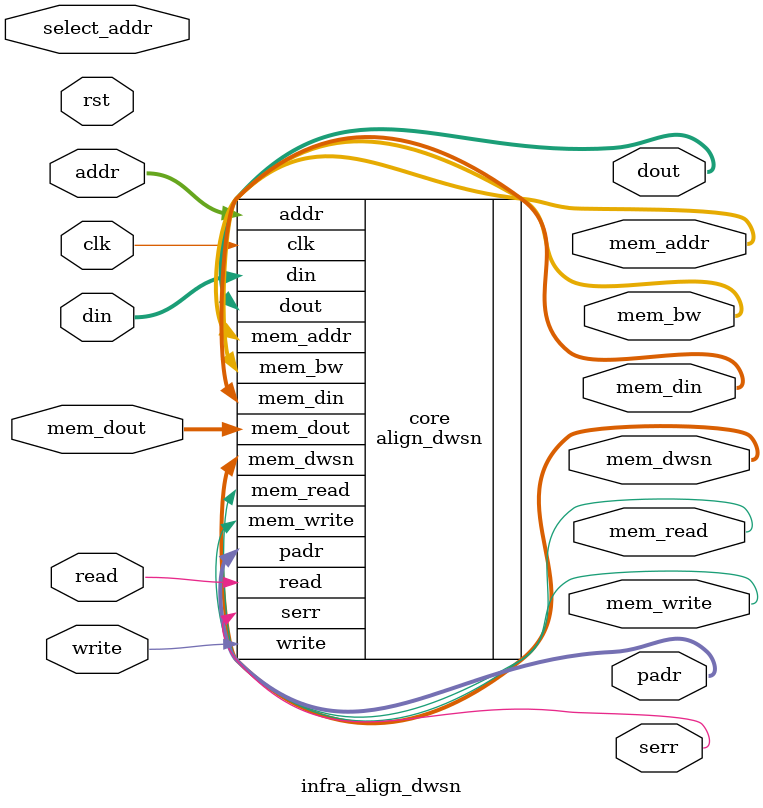
<source format=v>
module infra_align_dwsn (read, write, addr, din, dout, serr, padr,
	                 mem_read, mem_write, mem_addr, mem_bw, mem_dwsn, mem_din, mem_dout,
		         clk, rst,
		         select_addr);

  parameter WIDTH = 32;
  parameter PARITY = 1;
  parameter NUMADDR = 1024;
  parameter BITADDR = 10;
  parameter NUMWRDS = 4;
  parameter BITWRDS = 2;
  parameter NUMSROW = 256;
  parameter BITSROW = 8;
  parameter BITPADR = 10;
  parameter NUMDWS0 = 72;
  parameter NUMDWS1 = 72;
  parameter NUMDWS2 = 72;
  parameter NUMDWS3 = 72;
  parameter NUMDWS4 = 72;
  parameter NUMDWS5 = 72;
  parameter NUMDWS6 = 72;
  parameter NUMDWS7 = 72;
  parameter NUMDWS8 = 72;
  parameter NUMDWS9 = 72;
  parameter NUMDWS10 = 72;
  parameter NUMDWS11 = 72;
  parameter NUMDWS12 = 72;
  parameter NUMDWS13 = 72;
  parameter NUMDWS14 = 72;
  parameter NUMDWS15 = 72;
  parameter BITDWSN = 8;
  parameter SRAM_DELAY = 2;
  parameter FLOPMEM = 0;
  parameter RSTZERO = 0;

  parameter MEMWDTH = WIDTH+PARITY;

  input read;
  input write;
  input [BITADDR-1:0] addr;
  input [WIDTH-1:0] din;
  output [WIDTH-1:0] dout;
  output             serr;
  output [BITPADR-1:0] padr;

  output mem_read;
  output mem_write;
  output [BITSROW-1:0] mem_addr;
  output [NUMWRDS*MEMWDTH-1:0] mem_bw;
  output [BITDWSN-1:0] mem_dwsn;
  output [NUMWRDS*MEMWDTH-1:0] mem_din;
  input [NUMWRDS*MEMWDTH-1:0] mem_dout;

  input clk;
  input rst;

  input [BITADDR-1:0] select_addr;

  align_dwsn #(.WIDTH (WIDTH), .PARITY (PARITY), .NUMADDR (NUMADDR), .BITADDR (BITADDR),
               .NUMWRDS (NUMWRDS), .BITWRDS (BITWRDS), .NUMSROW (NUMSROW), .BITSROW (BITSROW), .BITPADR (BITPADR),
               .NUMDWS0 (NUMDWS0), .NUMDWS1 (NUMDWS1), .NUMDWS2 (NUMDWS2), .NUMDWS3 (NUMDWS3),
               .NUMDWS4 (NUMDWS4), .NUMDWS5 (NUMDWS5), .NUMDWS6 (NUMDWS6), .NUMDWS7 (NUMDWS7), 
 	       .NUMDWS8 (NUMDWS8), .NUMDWS9 (NUMDWS9), .NUMDWS10 (NUMDWS10), .NUMDWS11 (NUMDWS11),
               .NUMDWS12 (NUMDWS12), .NUMDWS13 (NUMDWS13), .NUMDWS14 (NUMDWS14), .NUMDWS15 (NUMDWS15),
               .BITDWSN (BITDWSN), .SRAM_DELAY (SRAM_DELAY), .FLOPMEM (FLOPMEM))
    core (.read (read), .write (write), .addr (addr), .din (din), .dout (dout), .serr (serr), .padr (padr),
          .mem_read (mem_read), .mem_write (mem_write), .mem_addr (mem_addr),
          .mem_bw (mem_bw), .mem_dwsn (mem_dwsn), .mem_din (mem_din), .mem_dout (mem_dout),
          .clk (clk));

`ifdef FORMAL
assume_select_addr_range: assume property (@(posedge clk) disable iff (rst) (select_addr < NUMADDR));
assume_select_addr_stable: assume property (@(posedge clk) disable iff (rst) $stable(select_addr));

ip_top_sva_align_dwsn #(
     .WIDTH       (WIDTH),
     .PARITY      (PARITY),
     .NUMADDR     (NUMADDR),
     .BITADDR     (BITADDR),
     .NUMWRDS     (NUMWRDS),
     .BITWRDS     (BITWRDS),
     .NUMSROW     (NUMSROW),
     .BITSROW     (BITSROW),
     .SRAM_DELAY  (SRAM_DELAY),
     .FLOPMEM     (FLOPMEM),
     .RSTZERO     (RSTZERO))
ip_top_sva (.*);

ip_top_sva_2_align_dwsn #(
     .NUMADDR     (NUMADDR),
     .BITADDR     (BITADDR),
     .NUMSROW     (NUMSROW),
     .BITSROW     (BITSROW))
ip_top_sva_2 (.*);

`elsif SIM_SVA

genvar sva_int;
// generate for (sva_int=0; sva_int<WIDTH; sva_int=sva_int+1) begin
generate for (sva_int=0; sva_int<1; sva_int=sva_int+1) begin: sva_loop
  wire [BITADDR-1:0] help_addr = sva_int;
ip_top_sva_align_dwsn #(
     .WIDTH       (WIDTH),
     .PARITY      (PARITY),
     .NUMADDR     (NUMADDR),
     .BITADDR     (BITADDR),
     .NUMWRDS     (NUMWRDS),
     .BITWRDS     (BITWRDS),
     .NUMSROW     (NUMSROW),
     .BITSROW     (BITSROW),
     .SRAM_DELAY  (SRAM_DELAY),
     .FLOPMEM     (FLOPMEM),
     .RSTZERO     (RSTZERO))
ip_top_sva (.select_addr(help_addr), .*);
end
endgenerate

ip_top_sva_2_align_dwsn #(
     .NUMADDR     (NUMADDR),
     .BITADDR     (BITADDR),
     .NUMSROW     (NUMSROW),
     .BITSROW     (BITSROW))
ip_top_sva_2 (.*);

`endif

endmodule

</source>
